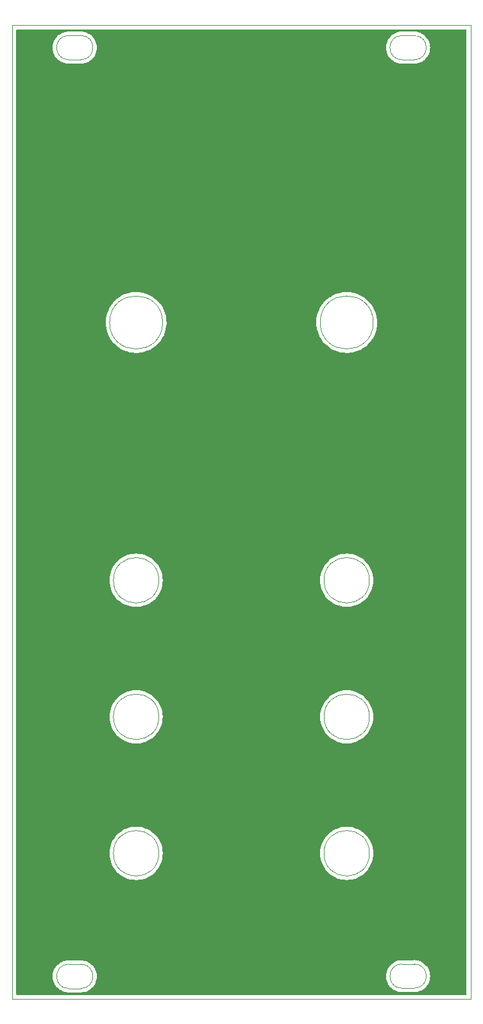
<source format=gbr>
%TF.GenerationSoftware,KiCad,Pcbnew,(6.0.1)*%
%TF.CreationDate,2022-09-11T09:08:46+02:00*%
%TF.ProjectId,front pannel,66726f6e-7420-4706-916e-6e656c2e6b69,rev?*%
%TF.SameCoordinates,Original*%
%TF.FileFunction,Copper,L1,Top*%
%TF.FilePolarity,Positive*%
%FSLAX46Y46*%
G04 Gerber Fmt 4.6, Leading zero omitted, Abs format (unit mm)*
G04 Created by KiCad (PCBNEW (6.0.1)) date 2022-09-11 09:08:46*
%MOMM*%
%LPD*%
G01*
G04 APERTURE LIST*
%TA.AperFunction,Profile*%
%ADD10C,0.100000*%
%TD*%
G04 APERTURE END LIST*
D10*
X73700000Y-112750000D02*
G75*
G03*
X73700000Y-112750000I-3000000J0D01*
G01*
X34000000Y-145374805D02*
X35600000Y-145374805D01*
X79600000Y-22900000D02*
X78000000Y-22900000D01*
X35600000Y-148574999D02*
G75*
G03*
X35600000Y-145374805I0J1600097D01*
G01*
X34000000Y-145374805D02*
G75*
G03*
X34000000Y-148575195I0J-1600195D01*
G01*
X87100000Y-150000000D02*
X26500000Y-150000000D01*
X45900000Y-94750000D02*
G75*
G03*
X45900000Y-94750000I-3000000J0D01*
G01*
X87100000Y-21500000D02*
X87100000Y-150000000D01*
X35600195Y-26099999D02*
G75*
G03*
X35600195Y-22899805I0J1600097D01*
G01*
X78000000Y-145350000D02*
G75*
G03*
X78000000Y-148550000I0J-1600000D01*
G01*
X45900000Y-112750000D02*
G75*
G03*
X45900000Y-112750000I-3000000J0D01*
G01*
X34000195Y-26100195D02*
X35600195Y-26100195D01*
X34000195Y-22899805D02*
G75*
G03*
X34000195Y-26100195I0J-1600195D01*
G01*
X34000000Y-148575195D02*
X35600000Y-148575195D01*
X34000195Y-22899805D02*
X35600195Y-22899805D01*
X73700000Y-94750000D02*
G75*
G03*
X73700000Y-94750000I-3000000J0D01*
G01*
X46400000Y-60750000D02*
G75*
G03*
X46400000Y-60750000I-3500000J0D01*
G01*
X26500000Y-150000000D02*
X26500000Y-21500000D01*
X79600000Y-26100000D02*
G75*
G03*
X79600000Y-22900000I0J1600000D01*
G01*
X45900000Y-130750000D02*
G75*
G03*
X45900000Y-130750000I-3000000J0D01*
G01*
X79600000Y-145350000D02*
X78000000Y-145350000D01*
X26500000Y-21500000D02*
X87100000Y-21500000D01*
X78000000Y-22900000D02*
G75*
G03*
X78000000Y-26100000I0J-1600000D01*
G01*
X79600000Y-26100000D02*
X78000000Y-26100000D01*
X73700000Y-130750000D02*
G75*
G03*
X73700000Y-130750000I-3000000J0D01*
G01*
X79600000Y-148550000D02*
G75*
G03*
X79600000Y-145350000I0J1600000D01*
G01*
X74200000Y-60750000D02*
G75*
G03*
X74200000Y-60750000I-3500000J0D01*
G01*
X79600000Y-148550000D02*
X78000000Y-148550000D01*
%TA.AperFunction,NonConductor*%
G36*
X86459121Y-22103002D02*
G01*
X86505614Y-22156658D01*
X86517000Y-22209000D01*
X86517000Y-149291000D01*
X86496998Y-149359121D01*
X86443342Y-149405614D01*
X86391000Y-149417000D01*
X27209000Y-149417000D01*
X27140879Y-149396998D01*
X27094386Y-149343342D01*
X27083000Y-149291000D01*
X27083000Y-146975000D01*
X31887282Y-146975000D01*
X31887552Y-146979119D01*
X31903982Y-147229783D01*
X31905357Y-147250765D01*
X31959271Y-147521812D01*
X31960596Y-147525715D01*
X31960597Y-147525719D01*
X32040847Y-147762126D01*
X32048103Y-147783502D01*
X32049926Y-147787198D01*
X32049929Y-147787206D01*
X32094920Y-147878437D01*
X32170333Y-148031359D01*
X32323868Y-148261141D01*
X32326582Y-148264235D01*
X32326586Y-148264241D01*
X32486413Y-148446488D01*
X32506083Y-148468917D01*
X32509172Y-148471626D01*
X32710759Y-148648414D01*
X32710765Y-148648418D01*
X32713859Y-148651132D01*
X32880723Y-148762627D01*
X32908709Y-148781326D01*
X32943641Y-148804667D01*
X32947344Y-148806493D01*
X33187794Y-148925071D01*
X33187802Y-148925074D01*
X33191498Y-148926897D01*
X33195413Y-148928226D01*
X33449281Y-149014403D01*
X33449285Y-149014404D01*
X33453188Y-149015729D01*
X33655317Y-149055935D01*
X33720192Y-149068839D01*
X33720195Y-149068839D01*
X33724235Y-149069643D01*
X33728346Y-149069912D01*
X33728350Y-149069913D01*
X33817160Y-149075734D01*
X33967761Y-149085605D01*
X33980403Y-149087079D01*
X33987461Y-149088266D01*
X33993816Y-149088344D01*
X33995141Y-149088360D01*
X33995145Y-149088360D01*
X34000000Y-149088419D01*
X34027588Y-149084468D01*
X34045451Y-149083195D01*
X35547958Y-149083195D01*
X35568862Y-149084941D01*
X35587461Y-149088070D01*
X35593517Y-149088144D01*
X35595130Y-149088164D01*
X35595135Y-149088164D01*
X35600000Y-149088223D01*
X35604817Y-149087533D01*
X35605415Y-149087494D01*
X35613864Y-149086613D01*
X35871637Y-149069718D01*
X35871641Y-149069717D01*
X35875752Y-149069448D01*
X35879792Y-149068644D01*
X35879795Y-149068644D01*
X36142741Y-149016341D01*
X36142747Y-149016339D01*
X36146786Y-149015536D01*
X36150690Y-149014211D01*
X36150693Y-149014210D01*
X36404559Y-148928034D01*
X36404560Y-148928033D01*
X36408465Y-148926708D01*
X36525845Y-148868823D01*
X36652606Y-148806312D01*
X36652611Y-148806309D01*
X36656310Y-148804485D01*
X36710153Y-148768508D01*
X36882651Y-148653249D01*
X36882656Y-148653245D01*
X36886082Y-148650956D01*
X36889176Y-148648242D01*
X36889182Y-148648238D01*
X37090759Y-148471459D01*
X37093848Y-148468750D01*
X37273198Y-148264241D01*
X37273336Y-148264084D01*
X37273340Y-148264078D01*
X37276054Y-148260984D01*
X37290662Y-148239123D01*
X37425840Y-148036814D01*
X37429583Y-148031212D01*
X37460628Y-147968260D01*
X37504923Y-147878437D01*
X37551806Y-147783367D01*
X37561598Y-147754522D01*
X37639308Y-147525595D01*
X37639309Y-147525592D01*
X37640634Y-147521688D01*
X37644816Y-147500668D01*
X37693742Y-147254697D01*
X37693742Y-147254694D01*
X37694546Y-147250654D01*
X37712620Y-146974902D01*
X37710988Y-146950000D01*
X75887477Y-146950000D01*
X75905550Y-147225740D01*
X75906354Y-147229780D01*
X75906354Y-147229783D01*
X75910506Y-147250654D01*
X75959459Y-147496761D01*
X75960784Y-147500665D01*
X75960785Y-147500668D01*
X75969247Y-147525595D01*
X76048283Y-147758428D01*
X76060582Y-147783367D01*
X76151761Y-147968260D01*
X76170501Y-148006262D01*
X76324023Y-148236023D01*
X76326737Y-148239117D01*
X76326741Y-148239123D01*
X76503512Y-148440690D01*
X76506221Y-148443779D01*
X76509310Y-148446488D01*
X76710877Y-148623259D01*
X76710883Y-148623263D01*
X76713977Y-148625977D01*
X76717403Y-148628266D01*
X76717408Y-148628270D01*
X76751624Y-148651132D01*
X76943739Y-148779499D01*
X76947438Y-148781323D01*
X76947443Y-148781326D01*
X76998110Y-148806312D01*
X77191572Y-148901717D01*
X77195477Y-148903042D01*
X77195478Y-148903043D01*
X77449332Y-148989215D01*
X77449335Y-148989216D01*
X77453239Y-148990541D01*
X77457278Y-148991344D01*
X77457284Y-148991346D01*
X77720217Y-149043646D01*
X77720220Y-149043646D01*
X77724260Y-149044450D01*
X77728371Y-149044719D01*
X77728375Y-149044720D01*
X77817277Y-149050547D01*
X77967761Y-149060410D01*
X77980403Y-149061884D01*
X77987461Y-149063071D01*
X77993816Y-149063149D01*
X77995141Y-149063165D01*
X77995145Y-149063165D01*
X78000000Y-149063224D01*
X78027588Y-149059273D01*
X78045451Y-149058000D01*
X79546793Y-149058000D01*
X79567697Y-149059746D01*
X79587461Y-149063071D01*
X79593517Y-149063145D01*
X79595130Y-149063165D01*
X79595135Y-149063165D01*
X79600000Y-149063224D01*
X79604817Y-149062534D01*
X79605415Y-149062495D01*
X79613864Y-149061614D01*
X79871625Y-149044720D01*
X79871629Y-149044719D01*
X79875740Y-149044450D01*
X79879780Y-149043646D01*
X79879783Y-149043646D01*
X80142716Y-148991346D01*
X80142722Y-148991344D01*
X80146761Y-148990541D01*
X80150665Y-148989216D01*
X80150668Y-148989215D01*
X80404522Y-148903043D01*
X80404523Y-148903042D01*
X80408428Y-148901717D01*
X80525693Y-148843889D01*
X80652558Y-148781326D01*
X80652563Y-148781323D01*
X80656262Y-148779499D01*
X80845208Y-148653249D01*
X80882592Y-148628270D01*
X80882597Y-148628266D01*
X80886023Y-148625977D01*
X80889117Y-148623263D01*
X80889123Y-148623259D01*
X81090690Y-148446488D01*
X81093779Y-148443779D01*
X81096488Y-148440690D01*
X81273259Y-148239123D01*
X81273263Y-148239117D01*
X81275977Y-148236023D01*
X81429499Y-148006262D01*
X81448240Y-147968260D01*
X81539418Y-147783367D01*
X81551717Y-147758428D01*
X81630753Y-147525595D01*
X81639215Y-147500668D01*
X81639216Y-147500665D01*
X81640541Y-147496761D01*
X81689495Y-147250654D01*
X81693646Y-147229783D01*
X81693646Y-147229780D01*
X81694450Y-147225740D01*
X81712523Y-146950000D01*
X81696087Y-146699235D01*
X81694720Y-146678375D01*
X81694719Y-146678371D01*
X81694450Y-146674260D01*
X81652479Y-146463254D01*
X81641346Y-146407284D01*
X81641344Y-146407278D01*
X81640541Y-146403239D01*
X81561484Y-146170343D01*
X81553043Y-146145478D01*
X81553042Y-146145477D01*
X81551717Y-146141572D01*
X81448239Y-145931740D01*
X81431326Y-145897443D01*
X81431323Y-145897438D01*
X81429499Y-145893739D01*
X81392902Y-145838968D01*
X81278270Y-145667408D01*
X81278266Y-145667403D01*
X81275977Y-145663977D01*
X81273263Y-145660883D01*
X81273259Y-145660877D01*
X81096488Y-145459310D01*
X81093779Y-145456221D01*
X81090690Y-145453512D01*
X80889123Y-145276741D01*
X80889117Y-145276737D01*
X80886023Y-145274023D01*
X80882597Y-145271734D01*
X80882592Y-145271730D01*
X80659695Y-145122795D01*
X80656262Y-145120501D01*
X80652563Y-145118677D01*
X80652558Y-145118674D01*
X80525693Y-145056111D01*
X80408428Y-144998283D01*
X80404522Y-144996957D01*
X80150668Y-144910785D01*
X80150665Y-144910784D01*
X80146761Y-144909459D01*
X80142722Y-144908656D01*
X80142716Y-144908654D01*
X79879783Y-144856354D01*
X79879780Y-144856354D01*
X79875740Y-144855550D01*
X79871629Y-144855281D01*
X79871625Y-144855280D01*
X79782723Y-144849453D01*
X79632239Y-144839590D01*
X79619597Y-144838116D01*
X79612539Y-144836929D01*
X79606184Y-144836851D01*
X79604859Y-144836835D01*
X79604855Y-144836835D01*
X79600000Y-144836776D01*
X79575715Y-144840254D01*
X79572412Y-144840727D01*
X79554549Y-144842000D01*
X78053207Y-144842000D01*
X78032303Y-144840254D01*
X78021199Y-144838386D01*
X78012539Y-144836929D01*
X78006483Y-144836855D01*
X78004870Y-144836835D01*
X78004865Y-144836835D01*
X78000000Y-144836776D01*
X77995183Y-144837466D01*
X77994585Y-144837505D01*
X77986136Y-144838386D01*
X77728375Y-144855280D01*
X77728371Y-144855281D01*
X77724260Y-144855550D01*
X77720220Y-144856354D01*
X77720217Y-144856354D01*
X77457284Y-144908654D01*
X77457278Y-144908656D01*
X77453239Y-144909459D01*
X77449335Y-144910784D01*
X77449332Y-144910785D01*
X77195478Y-144996957D01*
X77191572Y-144998283D01*
X77074440Y-145056046D01*
X76947443Y-145118674D01*
X76947438Y-145118677D01*
X76943739Y-145120501D01*
X76940306Y-145122795D01*
X76717408Y-145271730D01*
X76717403Y-145271734D01*
X76713977Y-145274023D01*
X76710883Y-145276737D01*
X76710877Y-145276741D01*
X76509310Y-145453512D01*
X76506221Y-145456221D01*
X76503512Y-145459310D01*
X76326741Y-145660877D01*
X76326737Y-145660883D01*
X76324023Y-145663977D01*
X76321734Y-145667403D01*
X76321730Y-145667408D01*
X76207098Y-145838968D01*
X76170501Y-145893739D01*
X76168677Y-145897438D01*
X76168674Y-145897443D01*
X76151761Y-145931740D01*
X76048283Y-146141572D01*
X76046958Y-146145477D01*
X76046957Y-146145478D01*
X76038517Y-146170343D01*
X75959459Y-146403239D01*
X75958656Y-146407278D01*
X75958654Y-146407284D01*
X75947521Y-146463254D01*
X75905550Y-146674260D01*
X75905281Y-146678371D01*
X75905280Y-146678375D01*
X75903913Y-146699235D01*
X75887477Y-146950000D01*
X37710988Y-146950000D01*
X37704384Y-146849243D01*
X37694816Y-146703265D01*
X37694815Y-146703261D01*
X37694546Y-146699150D01*
X37690414Y-146678375D01*
X37641439Y-146432161D01*
X37641437Y-146432155D01*
X37640634Y-146428116D01*
X37633563Y-146407284D01*
X37553132Y-146170343D01*
X37553131Y-146170342D01*
X37551806Y-146166437D01*
X37492602Y-146046382D01*
X37431410Y-145922296D01*
X37431407Y-145922291D01*
X37429583Y-145918592D01*
X37276054Y-145688820D01*
X37273340Y-145685726D01*
X37273336Y-145685720D01*
X37096557Y-145484143D01*
X37093848Y-145481054D01*
X37069054Y-145459310D01*
X36889182Y-145301566D01*
X36889176Y-145301562D01*
X36886082Y-145298848D01*
X36882656Y-145296559D01*
X36882651Y-145296555D01*
X36710153Y-145181296D01*
X36656310Y-145145319D01*
X36652611Y-145143495D01*
X36652606Y-145143492D01*
X36525845Y-145080981D01*
X36408465Y-145023096D01*
X36340742Y-145000107D01*
X36150693Y-144935594D01*
X36150690Y-144935593D01*
X36146786Y-144934268D01*
X36142747Y-144933465D01*
X36142741Y-144933463D01*
X35879795Y-144881160D01*
X35879792Y-144881160D01*
X35875752Y-144880356D01*
X35871641Y-144880087D01*
X35871637Y-144880086D01*
X35782790Y-144874263D01*
X35632239Y-144864395D01*
X35619597Y-144862921D01*
X35612539Y-144861734D01*
X35606184Y-144861656D01*
X35604859Y-144861640D01*
X35604855Y-144861640D01*
X35600000Y-144861581D01*
X35575715Y-144865059D01*
X35572412Y-144865532D01*
X35554549Y-144866805D01*
X34053207Y-144866805D01*
X34032303Y-144865059D01*
X34021199Y-144863191D01*
X34012539Y-144861734D01*
X34006483Y-144861660D01*
X34004870Y-144861640D01*
X34004865Y-144861640D01*
X34000000Y-144861581D01*
X33995183Y-144862271D01*
X33994585Y-144862310D01*
X33986136Y-144863191D01*
X33728350Y-144880087D01*
X33728346Y-144880088D01*
X33724235Y-144880357D01*
X33720195Y-144881161D01*
X33720192Y-144881161D01*
X33655317Y-144894065D01*
X33453188Y-144934271D01*
X33449285Y-144935596D01*
X33449281Y-144935597D01*
X33268521Y-144996957D01*
X33191498Y-145023103D01*
X33187802Y-145024926D01*
X33187794Y-145024929D01*
X32997700Y-145118674D01*
X32943641Y-145145333D01*
X32713859Y-145298868D01*
X32710765Y-145301582D01*
X32710759Y-145301586D01*
X32537522Y-145453512D01*
X32506083Y-145481083D01*
X32503374Y-145484172D01*
X32326586Y-145685759D01*
X32326582Y-145685765D01*
X32323868Y-145688859D01*
X32212373Y-145855723D01*
X32172660Y-145915159D01*
X32170333Y-145918641D01*
X32168507Y-145922344D01*
X32049929Y-146162794D01*
X32049926Y-146162802D01*
X32048103Y-146166498D01*
X32046774Y-146170413D01*
X31960622Y-146424209D01*
X31959271Y-146428188D01*
X31905357Y-146699235D01*
X31887282Y-146975000D01*
X27083000Y-146975000D01*
X27083000Y-130750000D01*
X39387186Y-130750000D01*
X39406430Y-131117189D01*
X39463949Y-131480355D01*
X39559115Y-131835519D01*
X39690885Y-132178790D01*
X39857814Y-132506407D01*
X40058074Y-132814780D01*
X40060149Y-132817343D01*
X40060156Y-132817352D01*
X40089886Y-132854065D01*
X40289470Y-133100531D01*
X40549469Y-133360530D01*
X40552044Y-133362615D01*
X40832648Y-133589844D01*
X40832657Y-133589851D01*
X40835220Y-133591926D01*
X41143593Y-133792186D01*
X41313863Y-133878943D01*
X41468275Y-133957620D01*
X41468282Y-133957623D01*
X41471210Y-133959115D01*
X41474282Y-133960294D01*
X41474286Y-133960296D01*
X41598899Y-134008130D01*
X41814481Y-134090885D01*
X42169645Y-134186051D01*
X42172895Y-134186566D01*
X42172901Y-134186567D01*
X42442280Y-134229232D01*
X42532811Y-134243570D01*
X42536096Y-134243742D01*
X42536104Y-134243743D01*
X42896699Y-134262641D01*
X42900000Y-134262814D01*
X42903301Y-134262641D01*
X43263896Y-134243743D01*
X43263904Y-134243742D01*
X43267189Y-134243570D01*
X43357720Y-134229232D01*
X43627099Y-134186567D01*
X43627105Y-134186566D01*
X43630355Y-134186051D01*
X43985519Y-134090885D01*
X44201101Y-134008130D01*
X44325714Y-133960296D01*
X44325718Y-133960294D01*
X44328790Y-133959115D01*
X44331718Y-133957623D01*
X44331725Y-133957620D01*
X44486137Y-133878943D01*
X44656407Y-133792186D01*
X44964780Y-133591926D01*
X44967343Y-133589851D01*
X44967352Y-133589844D01*
X45247956Y-133362615D01*
X45250531Y-133360530D01*
X45510530Y-133100531D01*
X45710114Y-132854065D01*
X45739844Y-132817352D01*
X45739851Y-132817343D01*
X45741926Y-132814780D01*
X45942186Y-132506407D01*
X46109115Y-132178790D01*
X46240885Y-131835519D01*
X46336051Y-131480355D01*
X46393570Y-131117189D01*
X46412814Y-130750000D01*
X67187186Y-130750000D01*
X67206430Y-131117189D01*
X67263949Y-131480355D01*
X67359115Y-131835519D01*
X67490885Y-132178790D01*
X67657814Y-132506407D01*
X67858074Y-132814780D01*
X67860149Y-132817343D01*
X67860156Y-132817352D01*
X67889886Y-132854065D01*
X68089470Y-133100531D01*
X68349469Y-133360530D01*
X68352044Y-133362615D01*
X68632648Y-133589844D01*
X68632657Y-133589851D01*
X68635220Y-133591926D01*
X68943593Y-133792186D01*
X69113863Y-133878943D01*
X69268275Y-133957620D01*
X69268282Y-133957623D01*
X69271210Y-133959115D01*
X69274282Y-133960294D01*
X69274286Y-133960296D01*
X69398899Y-134008130D01*
X69614481Y-134090885D01*
X69969645Y-134186051D01*
X69972895Y-134186566D01*
X69972901Y-134186567D01*
X70242280Y-134229232D01*
X70332811Y-134243570D01*
X70336096Y-134243742D01*
X70336104Y-134243743D01*
X70696699Y-134262641D01*
X70700000Y-134262814D01*
X70703301Y-134262641D01*
X71063896Y-134243743D01*
X71063904Y-134243742D01*
X71067189Y-134243570D01*
X71157720Y-134229232D01*
X71427099Y-134186567D01*
X71427105Y-134186566D01*
X71430355Y-134186051D01*
X71785519Y-134090885D01*
X72001101Y-134008130D01*
X72125714Y-133960296D01*
X72125718Y-133960294D01*
X72128790Y-133959115D01*
X72131718Y-133957623D01*
X72131725Y-133957620D01*
X72286137Y-133878943D01*
X72456407Y-133792186D01*
X72764780Y-133591926D01*
X72767343Y-133589851D01*
X72767352Y-133589844D01*
X73047956Y-133362615D01*
X73050531Y-133360530D01*
X73310530Y-133100531D01*
X73510114Y-132854065D01*
X73539844Y-132817352D01*
X73539851Y-132817343D01*
X73541926Y-132814780D01*
X73742186Y-132506407D01*
X73909115Y-132178790D01*
X74040885Y-131835519D01*
X74136051Y-131480355D01*
X74193570Y-131117189D01*
X74212814Y-130750000D01*
X74193570Y-130382811D01*
X74136051Y-130019645D01*
X74040885Y-129664481D01*
X73909115Y-129321210D01*
X73742186Y-128993593D01*
X73541926Y-128685220D01*
X73539851Y-128682657D01*
X73539844Y-128682648D01*
X73312615Y-128402044D01*
X73310530Y-128399469D01*
X73050531Y-128139470D01*
X72992140Y-128092186D01*
X72767352Y-127910156D01*
X72767343Y-127910149D01*
X72764780Y-127908074D01*
X72456407Y-127707814D01*
X72286137Y-127621057D01*
X72131725Y-127542380D01*
X72131718Y-127542377D01*
X72128790Y-127540885D01*
X72125718Y-127539706D01*
X72125714Y-127539704D01*
X72001101Y-127491870D01*
X71785519Y-127409115D01*
X71430355Y-127313949D01*
X71427105Y-127313434D01*
X71427099Y-127313433D01*
X71157720Y-127270768D01*
X71067189Y-127256430D01*
X71063904Y-127256258D01*
X71063896Y-127256257D01*
X70703301Y-127237359D01*
X70700000Y-127237186D01*
X70696699Y-127237359D01*
X70336104Y-127256257D01*
X70336096Y-127256258D01*
X70332811Y-127256430D01*
X70242280Y-127270768D01*
X69972901Y-127313433D01*
X69972895Y-127313434D01*
X69969645Y-127313949D01*
X69614481Y-127409115D01*
X69398899Y-127491870D01*
X69274286Y-127539704D01*
X69274282Y-127539706D01*
X69271210Y-127540885D01*
X69268282Y-127542377D01*
X69268275Y-127542380D01*
X69113863Y-127621057D01*
X68943593Y-127707814D01*
X68635220Y-127908074D01*
X68632657Y-127910149D01*
X68632648Y-127910156D01*
X68407860Y-128092186D01*
X68349469Y-128139470D01*
X68089470Y-128399469D01*
X68087385Y-128402044D01*
X67860156Y-128682648D01*
X67860149Y-128682657D01*
X67858074Y-128685220D01*
X67657814Y-128993593D01*
X67490885Y-129321210D01*
X67359115Y-129664481D01*
X67263949Y-130019645D01*
X67206430Y-130382811D01*
X67187186Y-130750000D01*
X46412814Y-130750000D01*
X46393570Y-130382811D01*
X46336051Y-130019645D01*
X46240885Y-129664481D01*
X46109115Y-129321210D01*
X45942186Y-128993593D01*
X45741926Y-128685220D01*
X45739851Y-128682657D01*
X45739844Y-128682648D01*
X45512615Y-128402044D01*
X45510530Y-128399469D01*
X45250531Y-128139470D01*
X45192140Y-128092186D01*
X44967352Y-127910156D01*
X44967343Y-127910149D01*
X44964780Y-127908074D01*
X44656407Y-127707814D01*
X44486137Y-127621057D01*
X44331725Y-127542380D01*
X44331718Y-127542377D01*
X44328790Y-127540885D01*
X44325718Y-127539706D01*
X44325714Y-127539704D01*
X44201101Y-127491870D01*
X43985519Y-127409115D01*
X43630355Y-127313949D01*
X43627105Y-127313434D01*
X43627099Y-127313433D01*
X43357720Y-127270768D01*
X43267189Y-127256430D01*
X43263904Y-127256258D01*
X43263896Y-127256257D01*
X42903301Y-127237359D01*
X42900000Y-127237186D01*
X42896699Y-127237359D01*
X42536104Y-127256257D01*
X42536096Y-127256258D01*
X42532811Y-127256430D01*
X42442280Y-127270768D01*
X42172901Y-127313433D01*
X42172895Y-127313434D01*
X42169645Y-127313949D01*
X41814481Y-127409115D01*
X41598899Y-127491870D01*
X41474286Y-127539704D01*
X41474282Y-127539706D01*
X41471210Y-127540885D01*
X41468282Y-127542377D01*
X41468275Y-127542380D01*
X41313863Y-127621057D01*
X41143593Y-127707814D01*
X40835220Y-127908074D01*
X40832657Y-127910149D01*
X40832648Y-127910156D01*
X40607860Y-128092186D01*
X40549469Y-128139470D01*
X40289470Y-128399469D01*
X40287385Y-128402044D01*
X40060156Y-128682648D01*
X40060149Y-128682657D01*
X40058074Y-128685220D01*
X39857814Y-128993593D01*
X39690885Y-129321210D01*
X39559115Y-129664481D01*
X39463949Y-130019645D01*
X39406430Y-130382811D01*
X39387186Y-130750000D01*
X27083000Y-130750000D01*
X27083000Y-112750000D01*
X39387186Y-112750000D01*
X39406430Y-113117189D01*
X39463949Y-113480355D01*
X39559115Y-113835519D01*
X39690885Y-114178790D01*
X39857814Y-114506407D01*
X40058074Y-114814780D01*
X40060149Y-114817343D01*
X40060156Y-114817352D01*
X40089886Y-114854065D01*
X40289470Y-115100531D01*
X40549469Y-115360530D01*
X40552044Y-115362615D01*
X40832648Y-115589844D01*
X40832657Y-115589851D01*
X40835220Y-115591926D01*
X41143593Y-115792186D01*
X41313863Y-115878943D01*
X41468275Y-115957620D01*
X41468282Y-115957623D01*
X41471210Y-115959115D01*
X41474282Y-115960294D01*
X41474286Y-115960296D01*
X41598899Y-116008130D01*
X41814481Y-116090885D01*
X42169645Y-116186051D01*
X42172895Y-116186566D01*
X42172901Y-116186567D01*
X42442280Y-116229232D01*
X42532811Y-116243570D01*
X42536096Y-116243742D01*
X42536104Y-116243743D01*
X42896699Y-116262641D01*
X42900000Y-116262814D01*
X42903301Y-116262641D01*
X43263896Y-116243743D01*
X43263904Y-116243742D01*
X43267189Y-116243570D01*
X43357720Y-116229232D01*
X43627099Y-116186567D01*
X43627105Y-116186566D01*
X43630355Y-116186051D01*
X43985519Y-116090885D01*
X44201101Y-116008130D01*
X44325714Y-115960296D01*
X44325718Y-115960294D01*
X44328790Y-115959115D01*
X44331718Y-115957623D01*
X44331725Y-115957620D01*
X44486137Y-115878943D01*
X44656407Y-115792186D01*
X44964780Y-115591926D01*
X44967343Y-115589851D01*
X44967352Y-115589844D01*
X45247956Y-115362615D01*
X45250531Y-115360530D01*
X45510530Y-115100531D01*
X45710114Y-114854065D01*
X45739844Y-114817352D01*
X45739851Y-114817343D01*
X45741926Y-114814780D01*
X45942186Y-114506407D01*
X46109115Y-114178790D01*
X46240885Y-113835519D01*
X46336051Y-113480355D01*
X46393570Y-113117189D01*
X46412814Y-112750000D01*
X67187186Y-112750000D01*
X67206430Y-113117189D01*
X67263949Y-113480355D01*
X67359115Y-113835519D01*
X67490885Y-114178790D01*
X67657814Y-114506407D01*
X67858074Y-114814780D01*
X67860149Y-114817343D01*
X67860156Y-114817352D01*
X67889886Y-114854065D01*
X68089470Y-115100531D01*
X68349469Y-115360530D01*
X68352044Y-115362615D01*
X68632648Y-115589844D01*
X68632657Y-115589851D01*
X68635220Y-115591926D01*
X68943593Y-115792186D01*
X69113863Y-115878943D01*
X69268275Y-115957620D01*
X69268282Y-115957623D01*
X69271210Y-115959115D01*
X69274282Y-115960294D01*
X69274286Y-115960296D01*
X69398899Y-116008130D01*
X69614481Y-116090885D01*
X69969645Y-116186051D01*
X69972895Y-116186566D01*
X69972901Y-116186567D01*
X70242280Y-116229232D01*
X70332811Y-116243570D01*
X70336096Y-116243742D01*
X70336104Y-116243743D01*
X70696699Y-116262641D01*
X70700000Y-116262814D01*
X70703301Y-116262641D01*
X71063896Y-116243743D01*
X71063904Y-116243742D01*
X71067189Y-116243570D01*
X71157720Y-116229232D01*
X71427099Y-116186567D01*
X71427105Y-116186566D01*
X71430355Y-116186051D01*
X71785519Y-116090885D01*
X72001101Y-116008130D01*
X72125714Y-115960296D01*
X72125718Y-115960294D01*
X72128790Y-115959115D01*
X72131718Y-115957623D01*
X72131725Y-115957620D01*
X72286137Y-115878943D01*
X72456407Y-115792186D01*
X72764780Y-115591926D01*
X72767343Y-115589851D01*
X72767352Y-115589844D01*
X73047956Y-115362615D01*
X73050531Y-115360530D01*
X73310530Y-115100531D01*
X73510114Y-114854065D01*
X73539844Y-114817352D01*
X73539851Y-114817343D01*
X73541926Y-114814780D01*
X73742186Y-114506407D01*
X73909115Y-114178790D01*
X74040885Y-113835519D01*
X74136051Y-113480355D01*
X74193570Y-113117189D01*
X74212814Y-112750000D01*
X74193570Y-112382811D01*
X74136051Y-112019645D01*
X74040885Y-111664481D01*
X73909115Y-111321210D01*
X73742186Y-110993593D01*
X73541926Y-110685220D01*
X73539851Y-110682657D01*
X73539844Y-110682648D01*
X73312615Y-110402044D01*
X73310530Y-110399469D01*
X73050531Y-110139470D01*
X72992140Y-110092186D01*
X72767352Y-109910156D01*
X72767343Y-109910149D01*
X72764780Y-109908074D01*
X72456407Y-109707814D01*
X72286137Y-109621057D01*
X72131725Y-109542380D01*
X72131718Y-109542377D01*
X72128790Y-109540885D01*
X72125718Y-109539706D01*
X72125714Y-109539704D01*
X72001101Y-109491870D01*
X71785519Y-109409115D01*
X71430355Y-109313949D01*
X71427105Y-109313434D01*
X71427099Y-109313433D01*
X71157720Y-109270768D01*
X71067189Y-109256430D01*
X71063904Y-109256258D01*
X71063896Y-109256257D01*
X70703301Y-109237359D01*
X70700000Y-109237186D01*
X70696699Y-109237359D01*
X70336104Y-109256257D01*
X70336096Y-109256258D01*
X70332811Y-109256430D01*
X70242280Y-109270768D01*
X69972901Y-109313433D01*
X69972895Y-109313434D01*
X69969645Y-109313949D01*
X69614481Y-109409115D01*
X69398899Y-109491870D01*
X69274286Y-109539704D01*
X69274282Y-109539706D01*
X69271210Y-109540885D01*
X69268282Y-109542377D01*
X69268275Y-109542380D01*
X69113863Y-109621057D01*
X68943593Y-109707814D01*
X68635220Y-109908074D01*
X68632657Y-109910149D01*
X68632648Y-109910156D01*
X68407860Y-110092186D01*
X68349469Y-110139470D01*
X68089470Y-110399469D01*
X68087385Y-110402044D01*
X67860156Y-110682648D01*
X67860149Y-110682657D01*
X67858074Y-110685220D01*
X67657814Y-110993593D01*
X67490885Y-111321210D01*
X67359115Y-111664481D01*
X67263949Y-112019645D01*
X67206430Y-112382811D01*
X67187186Y-112750000D01*
X46412814Y-112750000D01*
X46393570Y-112382811D01*
X46336051Y-112019645D01*
X46240885Y-111664481D01*
X46109115Y-111321210D01*
X45942186Y-110993593D01*
X45741926Y-110685220D01*
X45739851Y-110682657D01*
X45739844Y-110682648D01*
X45512615Y-110402044D01*
X45510530Y-110399469D01*
X45250531Y-110139470D01*
X45192140Y-110092186D01*
X44967352Y-109910156D01*
X44967343Y-109910149D01*
X44964780Y-109908074D01*
X44656407Y-109707814D01*
X44486137Y-109621057D01*
X44331725Y-109542380D01*
X44331718Y-109542377D01*
X44328790Y-109540885D01*
X44325718Y-109539706D01*
X44325714Y-109539704D01*
X44201101Y-109491870D01*
X43985519Y-109409115D01*
X43630355Y-109313949D01*
X43627105Y-109313434D01*
X43627099Y-109313433D01*
X43357720Y-109270768D01*
X43267189Y-109256430D01*
X43263904Y-109256258D01*
X43263896Y-109256257D01*
X42903301Y-109237359D01*
X42900000Y-109237186D01*
X42896699Y-109237359D01*
X42536104Y-109256257D01*
X42536096Y-109256258D01*
X42532811Y-109256430D01*
X42442280Y-109270768D01*
X42172901Y-109313433D01*
X42172895Y-109313434D01*
X42169645Y-109313949D01*
X41814481Y-109409115D01*
X41598899Y-109491870D01*
X41474286Y-109539704D01*
X41474282Y-109539706D01*
X41471210Y-109540885D01*
X41468282Y-109542377D01*
X41468275Y-109542380D01*
X41313863Y-109621057D01*
X41143593Y-109707814D01*
X40835220Y-109908074D01*
X40832657Y-109910149D01*
X40832648Y-109910156D01*
X40607860Y-110092186D01*
X40549469Y-110139470D01*
X40289470Y-110399469D01*
X40287385Y-110402044D01*
X40060156Y-110682648D01*
X40060149Y-110682657D01*
X40058074Y-110685220D01*
X39857814Y-110993593D01*
X39690885Y-111321210D01*
X39559115Y-111664481D01*
X39463949Y-112019645D01*
X39406430Y-112382811D01*
X39387186Y-112750000D01*
X27083000Y-112750000D01*
X27083000Y-94750000D01*
X39387186Y-94750000D01*
X39406430Y-95117189D01*
X39463949Y-95480355D01*
X39559115Y-95835519D01*
X39690885Y-96178790D01*
X39857814Y-96506407D01*
X40058074Y-96814780D01*
X40060149Y-96817343D01*
X40060156Y-96817352D01*
X40089886Y-96854065D01*
X40289470Y-97100531D01*
X40549469Y-97360530D01*
X40552044Y-97362615D01*
X40832648Y-97589844D01*
X40832657Y-97589851D01*
X40835220Y-97591926D01*
X41143593Y-97792186D01*
X41313863Y-97878943D01*
X41468275Y-97957620D01*
X41468282Y-97957623D01*
X41471210Y-97959115D01*
X41474282Y-97960294D01*
X41474286Y-97960296D01*
X41598899Y-98008130D01*
X41814481Y-98090885D01*
X42169645Y-98186051D01*
X42172895Y-98186566D01*
X42172901Y-98186567D01*
X42442280Y-98229232D01*
X42532811Y-98243570D01*
X42536096Y-98243742D01*
X42536104Y-98243743D01*
X42896699Y-98262641D01*
X42900000Y-98262814D01*
X42903301Y-98262641D01*
X43263896Y-98243743D01*
X43263904Y-98243742D01*
X43267189Y-98243570D01*
X43357720Y-98229232D01*
X43627099Y-98186567D01*
X43627105Y-98186566D01*
X43630355Y-98186051D01*
X43985519Y-98090885D01*
X44201101Y-98008130D01*
X44325714Y-97960296D01*
X44325718Y-97960294D01*
X44328790Y-97959115D01*
X44331718Y-97957623D01*
X44331725Y-97957620D01*
X44486137Y-97878943D01*
X44656407Y-97792186D01*
X44964780Y-97591926D01*
X44967343Y-97589851D01*
X44967352Y-97589844D01*
X45247956Y-97362615D01*
X45250531Y-97360530D01*
X45510530Y-97100531D01*
X45710114Y-96854065D01*
X45739844Y-96817352D01*
X45739851Y-96817343D01*
X45741926Y-96814780D01*
X45942186Y-96506407D01*
X46109115Y-96178790D01*
X46240885Y-95835519D01*
X46336051Y-95480355D01*
X46393570Y-95117189D01*
X46412814Y-94750000D01*
X67187186Y-94750000D01*
X67206430Y-95117189D01*
X67263949Y-95480355D01*
X67359115Y-95835519D01*
X67490885Y-96178790D01*
X67657814Y-96506407D01*
X67858074Y-96814780D01*
X67860149Y-96817343D01*
X67860156Y-96817352D01*
X67889886Y-96854065D01*
X68089470Y-97100531D01*
X68349469Y-97360530D01*
X68352044Y-97362615D01*
X68632648Y-97589844D01*
X68632657Y-97589851D01*
X68635220Y-97591926D01*
X68943593Y-97792186D01*
X69113863Y-97878943D01*
X69268275Y-97957620D01*
X69268282Y-97957623D01*
X69271210Y-97959115D01*
X69274282Y-97960294D01*
X69274286Y-97960296D01*
X69398899Y-98008130D01*
X69614481Y-98090885D01*
X69969645Y-98186051D01*
X69972895Y-98186566D01*
X69972901Y-98186567D01*
X70242280Y-98229232D01*
X70332811Y-98243570D01*
X70336096Y-98243742D01*
X70336104Y-98243743D01*
X70696699Y-98262641D01*
X70700000Y-98262814D01*
X70703301Y-98262641D01*
X71063896Y-98243743D01*
X71063904Y-98243742D01*
X71067189Y-98243570D01*
X71157720Y-98229232D01*
X71427099Y-98186567D01*
X71427105Y-98186566D01*
X71430355Y-98186051D01*
X71785519Y-98090885D01*
X72001101Y-98008130D01*
X72125714Y-97960296D01*
X72125718Y-97960294D01*
X72128790Y-97959115D01*
X72131718Y-97957623D01*
X72131725Y-97957620D01*
X72286137Y-97878943D01*
X72456407Y-97792186D01*
X72764780Y-97591926D01*
X72767343Y-97589851D01*
X72767352Y-97589844D01*
X73047956Y-97362615D01*
X73050531Y-97360530D01*
X73310530Y-97100531D01*
X73510114Y-96854065D01*
X73539844Y-96817352D01*
X73539851Y-96817343D01*
X73541926Y-96814780D01*
X73742186Y-96506407D01*
X73909115Y-96178790D01*
X74040885Y-95835519D01*
X74136051Y-95480355D01*
X74193570Y-95117189D01*
X74212814Y-94750000D01*
X74193570Y-94382811D01*
X74136051Y-94019645D01*
X74040885Y-93664481D01*
X73909115Y-93321210D01*
X73742186Y-92993593D01*
X73541926Y-92685220D01*
X73539851Y-92682657D01*
X73539844Y-92682648D01*
X73312615Y-92402044D01*
X73310530Y-92399469D01*
X73050531Y-92139470D01*
X72992140Y-92092186D01*
X72767352Y-91910156D01*
X72767343Y-91910149D01*
X72764780Y-91908074D01*
X72456407Y-91707814D01*
X72286137Y-91621057D01*
X72131725Y-91542380D01*
X72131718Y-91542377D01*
X72128790Y-91540885D01*
X72125718Y-91539706D01*
X72125714Y-91539704D01*
X72001101Y-91491870D01*
X71785519Y-91409115D01*
X71430355Y-91313949D01*
X71427105Y-91313434D01*
X71427099Y-91313433D01*
X71157720Y-91270768D01*
X71067189Y-91256430D01*
X71063904Y-91256258D01*
X71063896Y-91256257D01*
X70703301Y-91237359D01*
X70700000Y-91237186D01*
X70696699Y-91237359D01*
X70336104Y-91256257D01*
X70336096Y-91256258D01*
X70332811Y-91256430D01*
X70242280Y-91270768D01*
X69972901Y-91313433D01*
X69972895Y-91313434D01*
X69969645Y-91313949D01*
X69614481Y-91409115D01*
X69398899Y-91491870D01*
X69274286Y-91539704D01*
X69274282Y-91539706D01*
X69271210Y-91540885D01*
X69268282Y-91542377D01*
X69268275Y-91542380D01*
X69113863Y-91621057D01*
X68943593Y-91707814D01*
X68635220Y-91908074D01*
X68632657Y-91910149D01*
X68632648Y-91910156D01*
X68407860Y-92092186D01*
X68349469Y-92139470D01*
X68089470Y-92399469D01*
X68087385Y-92402044D01*
X67860156Y-92682648D01*
X67860149Y-92682657D01*
X67858074Y-92685220D01*
X67657814Y-92993593D01*
X67490885Y-93321210D01*
X67359115Y-93664481D01*
X67263949Y-94019645D01*
X67206430Y-94382811D01*
X67187186Y-94750000D01*
X46412814Y-94750000D01*
X46393570Y-94382811D01*
X46336051Y-94019645D01*
X46240885Y-93664481D01*
X46109115Y-93321210D01*
X45942186Y-92993593D01*
X45741926Y-92685220D01*
X45739851Y-92682657D01*
X45739844Y-92682648D01*
X45512615Y-92402044D01*
X45510530Y-92399469D01*
X45250531Y-92139470D01*
X45192140Y-92092186D01*
X44967352Y-91910156D01*
X44967343Y-91910149D01*
X44964780Y-91908074D01*
X44656407Y-91707814D01*
X44486137Y-91621057D01*
X44331725Y-91542380D01*
X44331718Y-91542377D01*
X44328790Y-91540885D01*
X44325718Y-91539706D01*
X44325714Y-91539704D01*
X44201101Y-91491870D01*
X43985519Y-91409115D01*
X43630355Y-91313949D01*
X43627105Y-91313434D01*
X43627099Y-91313433D01*
X43357720Y-91270768D01*
X43267189Y-91256430D01*
X43263904Y-91256258D01*
X43263896Y-91256257D01*
X42903301Y-91237359D01*
X42900000Y-91237186D01*
X42896699Y-91237359D01*
X42536104Y-91256257D01*
X42536096Y-91256258D01*
X42532811Y-91256430D01*
X42442280Y-91270768D01*
X42172901Y-91313433D01*
X42172895Y-91313434D01*
X42169645Y-91313949D01*
X41814481Y-91409115D01*
X41598899Y-91491870D01*
X41474286Y-91539704D01*
X41474282Y-91539706D01*
X41471210Y-91540885D01*
X41468282Y-91542377D01*
X41468275Y-91542380D01*
X41313863Y-91621057D01*
X41143593Y-91707814D01*
X40835220Y-91908074D01*
X40832657Y-91910149D01*
X40832648Y-91910156D01*
X40607860Y-92092186D01*
X40549469Y-92139470D01*
X40289470Y-92399469D01*
X40287385Y-92402044D01*
X40060156Y-92682648D01*
X40060149Y-92682657D01*
X40058074Y-92685220D01*
X39857814Y-92993593D01*
X39690885Y-93321210D01*
X39559115Y-93664481D01*
X39463949Y-94019645D01*
X39406430Y-94382811D01*
X39387186Y-94750000D01*
X27083000Y-94750000D01*
X27083000Y-60693972D01*
X38887557Y-60693972D01*
X38901240Y-61085785D01*
X38953091Y-61474393D01*
X38953791Y-61477377D01*
X38953792Y-61477383D01*
X38992400Y-61641988D01*
X39042616Y-61856087D01*
X39168961Y-62227223D01*
X39170235Y-62230031D01*
X39329643Y-62581444D01*
X39329647Y-62581452D01*
X39330920Y-62584258D01*
X39526946Y-62923785D01*
X39755168Y-63242563D01*
X39757195Y-63244878D01*
X39757197Y-63244881D01*
X40011377Y-63535228D01*
X40013409Y-63537549D01*
X40299202Y-63805927D01*
X40609821Y-64045135D01*
X40612424Y-64046762D01*
X40612429Y-64046765D01*
X40732130Y-64121562D01*
X40942300Y-64252891D01*
X41293466Y-64427212D01*
X41659966Y-64566432D01*
X42038303Y-64669224D01*
X42336160Y-64719603D01*
X42421843Y-64734095D01*
X42421846Y-64734095D01*
X42424865Y-64734606D01*
X42578918Y-64745378D01*
X42812896Y-64761740D01*
X42812904Y-64761740D01*
X42815962Y-64761954D01*
X43068875Y-64754889D01*
X43204787Y-64751093D01*
X43204790Y-64751093D01*
X43207861Y-64751007D01*
X43210914Y-64750621D01*
X43210918Y-64750621D01*
X43351291Y-64732888D01*
X43596821Y-64701870D01*
X43599825Y-64701188D01*
X43599828Y-64701187D01*
X43976135Y-64615692D01*
X43976141Y-64615690D01*
X43979131Y-64615011D01*
X44125166Y-64566432D01*
X44348215Y-64492234D01*
X44348221Y-64492232D01*
X44351139Y-64491261D01*
X44353949Y-64490010D01*
X44706497Y-64333046D01*
X44706503Y-64333043D01*
X44709297Y-64331799D01*
X44711966Y-64330283D01*
X45047516Y-64139664D01*
X45047521Y-64139661D01*
X45050184Y-64138148D01*
X45370547Y-63912156D01*
X45667329Y-63655981D01*
X45669450Y-63653754D01*
X45669456Y-63653748D01*
X45935568Y-63374302D01*
X45935572Y-63374297D01*
X45937695Y-63372068D01*
X45939588Y-63369645D01*
X45939595Y-63369637D01*
X46177168Y-63065558D01*
X46177171Y-63065554D01*
X46179067Y-63063127D01*
X46389139Y-62732107D01*
X46565906Y-62382167D01*
X46707682Y-62016647D01*
X46813112Y-61639037D01*
X46881192Y-61252941D01*
X46911269Y-60862045D01*
X46912834Y-60750000D01*
X46910094Y-60693972D01*
X66687557Y-60693972D01*
X66701240Y-61085785D01*
X66753091Y-61474393D01*
X66753791Y-61477377D01*
X66753792Y-61477383D01*
X66792400Y-61641988D01*
X66842616Y-61856087D01*
X66968961Y-62227223D01*
X66970235Y-62230031D01*
X67129643Y-62581444D01*
X67129647Y-62581452D01*
X67130920Y-62584258D01*
X67326946Y-62923785D01*
X67555168Y-63242563D01*
X67557195Y-63244878D01*
X67557197Y-63244881D01*
X67811377Y-63535228D01*
X67813409Y-63537549D01*
X68099202Y-63805927D01*
X68409821Y-64045135D01*
X68412424Y-64046762D01*
X68412429Y-64046765D01*
X68532130Y-64121562D01*
X68742300Y-64252891D01*
X69093466Y-64427212D01*
X69459966Y-64566432D01*
X69838303Y-64669224D01*
X70136160Y-64719603D01*
X70221843Y-64734095D01*
X70221846Y-64734095D01*
X70224865Y-64734606D01*
X70378918Y-64745378D01*
X70612896Y-64761740D01*
X70612904Y-64761740D01*
X70615962Y-64761954D01*
X70868875Y-64754889D01*
X71004787Y-64751093D01*
X71004790Y-64751093D01*
X71007861Y-64751007D01*
X71010914Y-64750621D01*
X71010918Y-64750621D01*
X71151291Y-64732888D01*
X71396821Y-64701870D01*
X71399825Y-64701188D01*
X71399828Y-64701187D01*
X71776135Y-64615692D01*
X71776141Y-64615690D01*
X71779131Y-64615011D01*
X71925166Y-64566432D01*
X72148215Y-64492234D01*
X72148221Y-64492232D01*
X72151139Y-64491261D01*
X72153949Y-64490010D01*
X72506497Y-64333046D01*
X72506503Y-64333043D01*
X72509297Y-64331799D01*
X72511966Y-64330283D01*
X72847516Y-64139664D01*
X72847521Y-64139661D01*
X72850184Y-64138148D01*
X73170547Y-63912156D01*
X73467329Y-63655981D01*
X73469450Y-63653754D01*
X73469456Y-63653748D01*
X73735568Y-63374302D01*
X73735572Y-63374297D01*
X73737695Y-63372068D01*
X73739588Y-63369645D01*
X73739595Y-63369637D01*
X73977168Y-63065558D01*
X73977171Y-63065554D01*
X73979067Y-63063127D01*
X74189139Y-62732107D01*
X74365906Y-62382167D01*
X74507682Y-62016647D01*
X74613112Y-61639037D01*
X74681192Y-61252941D01*
X74711269Y-60862045D01*
X74712834Y-60750000D01*
X74708238Y-60656019D01*
X74702508Y-60538864D01*
X74693682Y-60358416D01*
X74636410Y-59970570D01*
X74541564Y-59590163D01*
X74522506Y-59536640D01*
X74411082Y-59223727D01*
X74410050Y-59220828D01*
X74243122Y-58866089D01*
X74215393Y-58819572D01*
X74043955Y-58531983D01*
X74042375Y-58529332D01*
X73809724Y-58213771D01*
X73807673Y-58211493D01*
X73807668Y-58211487D01*
X73549451Y-57924709D01*
X73547390Y-57922420D01*
X73257877Y-57658058D01*
X72943948Y-57423210D01*
X72941313Y-57421614D01*
X72611235Y-57221711D01*
X72611232Y-57221709D01*
X72608601Y-57220116D01*
X72605831Y-57218789D01*
X72605822Y-57218784D01*
X72257808Y-57052044D01*
X72257806Y-57052043D01*
X72255036Y-57050716D01*
X72252147Y-57049664D01*
X72252141Y-57049662D01*
X71889526Y-56917682D01*
X71889523Y-56917681D01*
X71886627Y-56916627D01*
X71610598Y-56845754D01*
X71509876Y-56819893D01*
X71509873Y-56819892D01*
X71506892Y-56819127D01*
X71119455Y-56759149D01*
X71116398Y-56758978D01*
X71116397Y-56758978D01*
X71086332Y-56757297D01*
X70728015Y-56737264D01*
X70724936Y-56737393D01*
X70724933Y-56737393D01*
X70469423Y-56748102D01*
X70336307Y-56753681D01*
X70333263Y-56754109D01*
X70333261Y-56754109D01*
X70122350Y-56783751D01*
X69948070Y-56808244D01*
X69567011Y-56900432D01*
X69196766Y-57029365D01*
X69193968Y-57030658D01*
X68843667Y-57192519D01*
X68843657Y-57192524D01*
X68840870Y-57193812D01*
X68502720Y-57392204D01*
X68462241Y-57421614D01*
X68188024Y-57620843D01*
X68188018Y-57620848D01*
X68185543Y-57622646D01*
X68183257Y-57624675D01*
X68183254Y-57624678D01*
X68143318Y-57660135D01*
X67892367Y-57882940D01*
X67890288Y-57885185D01*
X67890281Y-57885192D01*
X67628077Y-58168347D01*
X67625991Y-58170600D01*
X67388957Y-58482881D01*
X67387346Y-58485499D01*
X67387343Y-58485504D01*
X67286242Y-58649842D01*
X67183527Y-58816802D01*
X67011662Y-59169177D01*
X66875004Y-59536640D01*
X66774856Y-59915685D01*
X66712174Y-60302694D01*
X66711981Y-60305767D01*
X66711980Y-60305773D01*
X66708860Y-60355365D01*
X66689945Y-60656019D01*
X66687557Y-60693972D01*
X46910094Y-60693972D01*
X46908238Y-60656019D01*
X46902508Y-60538864D01*
X46893682Y-60358416D01*
X46836410Y-59970570D01*
X46741564Y-59590163D01*
X46722506Y-59536640D01*
X46611082Y-59223727D01*
X46610050Y-59220828D01*
X46443122Y-58866089D01*
X46415393Y-58819572D01*
X46243955Y-58531983D01*
X46242375Y-58529332D01*
X46009724Y-58213771D01*
X46007673Y-58211493D01*
X46007668Y-58211487D01*
X45749451Y-57924709D01*
X45747390Y-57922420D01*
X45457877Y-57658058D01*
X45143948Y-57423210D01*
X45141313Y-57421614D01*
X44811235Y-57221711D01*
X44811232Y-57221709D01*
X44808601Y-57220116D01*
X44805831Y-57218789D01*
X44805822Y-57218784D01*
X44457808Y-57052044D01*
X44457806Y-57052043D01*
X44455036Y-57050716D01*
X44452147Y-57049664D01*
X44452141Y-57049662D01*
X44089526Y-56917682D01*
X44089523Y-56917681D01*
X44086627Y-56916627D01*
X43810598Y-56845754D01*
X43709876Y-56819893D01*
X43709873Y-56819892D01*
X43706892Y-56819127D01*
X43319455Y-56759149D01*
X43316398Y-56758978D01*
X43316397Y-56758978D01*
X43286332Y-56757297D01*
X42928015Y-56737264D01*
X42924936Y-56737393D01*
X42924933Y-56737393D01*
X42669423Y-56748102D01*
X42536307Y-56753681D01*
X42533263Y-56754109D01*
X42533261Y-56754109D01*
X42322350Y-56783751D01*
X42148070Y-56808244D01*
X41767011Y-56900432D01*
X41396766Y-57029365D01*
X41393968Y-57030658D01*
X41043667Y-57192519D01*
X41043657Y-57192524D01*
X41040870Y-57193812D01*
X40702720Y-57392204D01*
X40662241Y-57421614D01*
X40388024Y-57620843D01*
X40388018Y-57620848D01*
X40385543Y-57622646D01*
X40383257Y-57624675D01*
X40383254Y-57624678D01*
X40343318Y-57660135D01*
X40092367Y-57882940D01*
X40090288Y-57885185D01*
X40090281Y-57885192D01*
X39828077Y-58168347D01*
X39825991Y-58170600D01*
X39588957Y-58482881D01*
X39587346Y-58485499D01*
X39587343Y-58485504D01*
X39486242Y-58649842D01*
X39383527Y-58816802D01*
X39211662Y-59169177D01*
X39075004Y-59536640D01*
X38974856Y-59915685D01*
X38912174Y-60302694D01*
X38911981Y-60305767D01*
X38911980Y-60305773D01*
X38908860Y-60355365D01*
X38889945Y-60656019D01*
X38887557Y-60693972D01*
X27083000Y-60693972D01*
X27083000Y-24500000D01*
X31887477Y-24500000D01*
X31887747Y-24504119D01*
X31905281Y-24771625D01*
X31905552Y-24775765D01*
X31959466Y-25046812D01*
X31960791Y-25050715D01*
X31960792Y-25050719D01*
X32046926Y-25304461D01*
X32048298Y-25308502D01*
X32050121Y-25312198D01*
X32050124Y-25312206D01*
X32107525Y-25428603D01*
X32170528Y-25556359D01*
X32324063Y-25786141D01*
X32326777Y-25789235D01*
X32326781Y-25789241D01*
X32503423Y-25990661D01*
X32506278Y-25993917D01*
X32509367Y-25996626D01*
X32710954Y-26173414D01*
X32710960Y-26173418D01*
X32714054Y-26176132D01*
X32943836Y-26329667D01*
X32947539Y-26331493D01*
X33187989Y-26450071D01*
X33187997Y-26450074D01*
X33191693Y-26451897D01*
X33195608Y-26453226D01*
X33449476Y-26539403D01*
X33449480Y-26539404D01*
X33453383Y-26540729D01*
X33655512Y-26580935D01*
X33720387Y-26593839D01*
X33720390Y-26593839D01*
X33724430Y-26594643D01*
X33728541Y-26594912D01*
X33728545Y-26594913D01*
X33817355Y-26600734D01*
X33967956Y-26610605D01*
X33980598Y-26612079D01*
X33987656Y-26613266D01*
X33994011Y-26613344D01*
X33995336Y-26613360D01*
X33995340Y-26613360D01*
X34000195Y-26613419D01*
X34027783Y-26609468D01*
X34045646Y-26608195D01*
X35548153Y-26608195D01*
X35569057Y-26609941D01*
X35587656Y-26613070D01*
X35593712Y-26613144D01*
X35595325Y-26613164D01*
X35595330Y-26613164D01*
X35600195Y-26613223D01*
X35605012Y-26612533D01*
X35605610Y-26612494D01*
X35614059Y-26611613D01*
X35871832Y-26594718D01*
X35871836Y-26594717D01*
X35875947Y-26594448D01*
X35879987Y-26593644D01*
X35879990Y-26593644D01*
X36142936Y-26541341D01*
X36142942Y-26541339D01*
X36146981Y-26540536D01*
X36150885Y-26539211D01*
X36150888Y-26539210D01*
X36404754Y-26453034D01*
X36404755Y-26453033D01*
X36408660Y-26451708D01*
X36526040Y-26393823D01*
X36652801Y-26331312D01*
X36652806Y-26331309D01*
X36656505Y-26329485D01*
X36710348Y-26293508D01*
X36882846Y-26178249D01*
X36882851Y-26178245D01*
X36886277Y-26175956D01*
X36889371Y-26173242D01*
X36889377Y-26173238D01*
X37090954Y-25996459D01*
X37094043Y-25993750D01*
X37273393Y-25789241D01*
X37273531Y-25789084D01*
X37273535Y-25789078D01*
X37276249Y-25785984D01*
X37429778Y-25556212D01*
X37552001Y-25308367D01*
X37553327Y-25304461D01*
X37639503Y-25050595D01*
X37639504Y-25050592D01*
X37640829Y-25046688D01*
X37652753Y-24986746D01*
X37693937Y-24779697D01*
X37693937Y-24779694D01*
X37694741Y-24775654D01*
X37712809Y-24500000D01*
X75887477Y-24500000D01*
X75887747Y-24504119D01*
X75905275Y-24771539D01*
X75905550Y-24775740D01*
X75906354Y-24779780D01*
X75906354Y-24779783D01*
X75958640Y-25042643D01*
X75959459Y-25046761D01*
X75960784Y-25050665D01*
X75960785Y-25050668D01*
X75997232Y-25158037D01*
X76048283Y-25308428D01*
X76050107Y-25312126D01*
X76168650Y-25552508D01*
X76170501Y-25556262D01*
X76324023Y-25786023D01*
X76326737Y-25789117D01*
X76326741Y-25789123D01*
X76503487Y-25990661D01*
X76506221Y-25993779D01*
X76509310Y-25996488D01*
X76710877Y-26173259D01*
X76710883Y-26173263D01*
X76713977Y-26175977D01*
X76717403Y-26178266D01*
X76717408Y-26178270D01*
X76888968Y-26292902D01*
X76943739Y-26329499D01*
X76947438Y-26331323D01*
X76947443Y-26331326D01*
X76947782Y-26331493D01*
X77191572Y-26451717D01*
X77195477Y-26453042D01*
X77195478Y-26453043D01*
X77449332Y-26539215D01*
X77449335Y-26539216D01*
X77453239Y-26540541D01*
X77457278Y-26541344D01*
X77457284Y-26541346D01*
X77720217Y-26593646D01*
X77720220Y-26593646D01*
X77724260Y-26594450D01*
X77728371Y-26594719D01*
X77728375Y-26594720D01*
X77817277Y-26600547D01*
X77967761Y-26610410D01*
X77980403Y-26611884D01*
X77987461Y-26613071D01*
X77993816Y-26613149D01*
X77995141Y-26613165D01*
X77995145Y-26613165D01*
X78000000Y-26613224D01*
X78027588Y-26609273D01*
X78045451Y-26608000D01*
X79546793Y-26608000D01*
X79567697Y-26609746D01*
X79587461Y-26613071D01*
X79593517Y-26613145D01*
X79595130Y-26613165D01*
X79595135Y-26613165D01*
X79600000Y-26613224D01*
X79604817Y-26612534D01*
X79605415Y-26612495D01*
X79613864Y-26611614D01*
X79871625Y-26594720D01*
X79871629Y-26594719D01*
X79875740Y-26594450D01*
X79879780Y-26593646D01*
X79879783Y-26593646D01*
X80142716Y-26541346D01*
X80142722Y-26541344D01*
X80146761Y-26540541D01*
X80150665Y-26539216D01*
X80150668Y-26539215D01*
X80404522Y-26453043D01*
X80404523Y-26453042D01*
X80408428Y-26451717D01*
X80652219Y-26331493D01*
X80652558Y-26331326D01*
X80652563Y-26331323D01*
X80656262Y-26329499D01*
X80709044Y-26294231D01*
X80882592Y-26178270D01*
X80882597Y-26178266D01*
X80886023Y-26175977D01*
X80889117Y-26173263D01*
X80889123Y-26173259D01*
X81090690Y-25996488D01*
X81093779Y-25993779D01*
X81096513Y-25990661D01*
X81273259Y-25789123D01*
X81273263Y-25789117D01*
X81275977Y-25786023D01*
X81429499Y-25556262D01*
X81431351Y-25552508D01*
X81549893Y-25312126D01*
X81551717Y-25308428D01*
X81602768Y-25158037D01*
X81639215Y-25050668D01*
X81639216Y-25050665D01*
X81640541Y-25046761D01*
X81641361Y-25042643D01*
X81693646Y-24779783D01*
X81693646Y-24779780D01*
X81694450Y-24775740D01*
X81694726Y-24771539D01*
X81712253Y-24504119D01*
X81712523Y-24500000D01*
X81694450Y-24224260D01*
X81689845Y-24201107D01*
X81641346Y-23957284D01*
X81641344Y-23957278D01*
X81640541Y-23953239D01*
X81639198Y-23949281D01*
X81553043Y-23695478D01*
X81553042Y-23695477D01*
X81551717Y-23691572D01*
X81448239Y-23481740D01*
X81431326Y-23447443D01*
X81431323Y-23447438D01*
X81429499Y-23443739D01*
X81275977Y-23213977D01*
X81273263Y-23210883D01*
X81273259Y-23210877D01*
X81096488Y-23009310D01*
X81093779Y-23006221D01*
X81090500Y-23003345D01*
X80889123Y-22826741D01*
X80889117Y-22826737D01*
X80886023Y-22824023D01*
X80882597Y-22821734D01*
X80882592Y-22821730D01*
X80659695Y-22672795D01*
X80656262Y-22670501D01*
X80652563Y-22668677D01*
X80652558Y-22668674D01*
X80525693Y-22606111D01*
X80408428Y-22548283D01*
X80403971Y-22546770D01*
X80150668Y-22460785D01*
X80150665Y-22460784D01*
X80146761Y-22459459D01*
X80142722Y-22458656D01*
X80142716Y-22458654D01*
X79879783Y-22406354D01*
X79879780Y-22406354D01*
X79875740Y-22405550D01*
X79871629Y-22405281D01*
X79871625Y-22405280D01*
X79782723Y-22399453D01*
X79632239Y-22389590D01*
X79619597Y-22388116D01*
X79612539Y-22386929D01*
X79606184Y-22386851D01*
X79604859Y-22386835D01*
X79604855Y-22386835D01*
X79600000Y-22386776D01*
X79572412Y-22390727D01*
X79554549Y-22392000D01*
X78053207Y-22392000D01*
X78032303Y-22390254D01*
X78020040Y-22388191D01*
X78012539Y-22386929D01*
X78006483Y-22386855D01*
X78004870Y-22386835D01*
X78004865Y-22386835D01*
X78000000Y-22386776D01*
X77995183Y-22387466D01*
X77994585Y-22387505D01*
X77986136Y-22388386D01*
X77728375Y-22405280D01*
X77728371Y-22405281D01*
X77724260Y-22405550D01*
X77720220Y-22406354D01*
X77720217Y-22406354D01*
X77457284Y-22458654D01*
X77457278Y-22458656D01*
X77453239Y-22459459D01*
X77449335Y-22460784D01*
X77449332Y-22460785D01*
X77196029Y-22546770D01*
X77191572Y-22548283D01*
X77074440Y-22606046D01*
X76947443Y-22668674D01*
X76947438Y-22668677D01*
X76943739Y-22670501D01*
X76940306Y-22672795D01*
X76717408Y-22821730D01*
X76717403Y-22821734D01*
X76713977Y-22824023D01*
X76710883Y-22826737D01*
X76710877Y-22826741D01*
X76509500Y-23003345D01*
X76506221Y-23006221D01*
X76503512Y-23009310D01*
X76326741Y-23210877D01*
X76326737Y-23210883D01*
X76324023Y-23213977D01*
X76170501Y-23443739D01*
X76168677Y-23447438D01*
X76168674Y-23447443D01*
X76151761Y-23481740D01*
X76048283Y-23691572D01*
X76046958Y-23695477D01*
X76046957Y-23695478D01*
X75960803Y-23949281D01*
X75959459Y-23953239D01*
X75958656Y-23957278D01*
X75958654Y-23957284D01*
X75910155Y-24201107D01*
X75905550Y-24224260D01*
X75887477Y-24500000D01*
X37712809Y-24500000D01*
X37712815Y-24499902D01*
X37695018Y-24228375D01*
X37695011Y-24228265D01*
X37695010Y-24228261D01*
X37694741Y-24224150D01*
X37690168Y-24201160D01*
X37641634Y-23957161D01*
X37641632Y-23957155D01*
X37640829Y-23953116D01*
X37552001Y-23691437D01*
X37492797Y-23571382D01*
X37431605Y-23447296D01*
X37431602Y-23447291D01*
X37429778Y-23443592D01*
X37393801Y-23389749D01*
X37278542Y-23217251D01*
X37278538Y-23217246D01*
X37276249Y-23213820D01*
X37273535Y-23210726D01*
X37273531Y-23210720D01*
X37096752Y-23009143D01*
X37094043Y-23006054D01*
X37090954Y-23003345D01*
X36889377Y-22826566D01*
X36889371Y-22826562D01*
X36886277Y-22823848D01*
X36882851Y-22821559D01*
X36882846Y-22821555D01*
X36710348Y-22706296D01*
X36656505Y-22670319D01*
X36652806Y-22668495D01*
X36652801Y-22668492D01*
X36526040Y-22605981D01*
X36408660Y-22548096D01*
X36404754Y-22546770D01*
X36150888Y-22460594D01*
X36150885Y-22460593D01*
X36146981Y-22459268D01*
X36142942Y-22458465D01*
X36142936Y-22458463D01*
X35879990Y-22406160D01*
X35879987Y-22406160D01*
X35875947Y-22405356D01*
X35871836Y-22405087D01*
X35871832Y-22405086D01*
X35782985Y-22399263D01*
X35632434Y-22389395D01*
X35619792Y-22387921D01*
X35612734Y-22386734D01*
X35606379Y-22386656D01*
X35605054Y-22386640D01*
X35605050Y-22386640D01*
X35600195Y-22386581D01*
X35575910Y-22390059D01*
X35572607Y-22390532D01*
X35554744Y-22391805D01*
X34053402Y-22391805D01*
X34032498Y-22390059D01*
X34021394Y-22388191D01*
X34012734Y-22386734D01*
X34006678Y-22386660D01*
X34005065Y-22386640D01*
X34005060Y-22386640D01*
X34000195Y-22386581D01*
X33995378Y-22387271D01*
X33994780Y-22387310D01*
X33986331Y-22388191D01*
X33728545Y-22405087D01*
X33728541Y-22405088D01*
X33724430Y-22405357D01*
X33720390Y-22406161D01*
X33720387Y-22406161D01*
X33655512Y-22419065D01*
X33453383Y-22459271D01*
X33449480Y-22460596D01*
X33449476Y-22460597D01*
X33195620Y-22546770D01*
X33191693Y-22548103D01*
X33187997Y-22549926D01*
X33187989Y-22549929D01*
X32987832Y-22648636D01*
X32943836Y-22670333D01*
X32714054Y-22823868D01*
X32710960Y-22826582D01*
X32710954Y-22826586D01*
X32509400Y-23003345D01*
X32506278Y-23006083D01*
X32503569Y-23009172D01*
X32326781Y-23210759D01*
X32326777Y-23210765D01*
X32324063Y-23213859D01*
X32321692Y-23217408D01*
X32172855Y-23440159D01*
X32170528Y-23443641D01*
X32168702Y-23447344D01*
X32050124Y-23687794D01*
X32050121Y-23687802D01*
X32048298Y-23691498D01*
X32046969Y-23695413D01*
X31960817Y-23949209D01*
X31959466Y-23953188D01*
X31905552Y-24224235D01*
X31905283Y-24228346D01*
X31905282Y-24228350D01*
X31894088Y-24399136D01*
X31887477Y-24500000D01*
X27083000Y-24500000D01*
X27083000Y-22209000D01*
X27103002Y-22140879D01*
X27156658Y-22094386D01*
X27209000Y-22083000D01*
X86391000Y-22083000D01*
X86459121Y-22103002D01*
G37*
%TD.AperFunction*%
M02*

</source>
